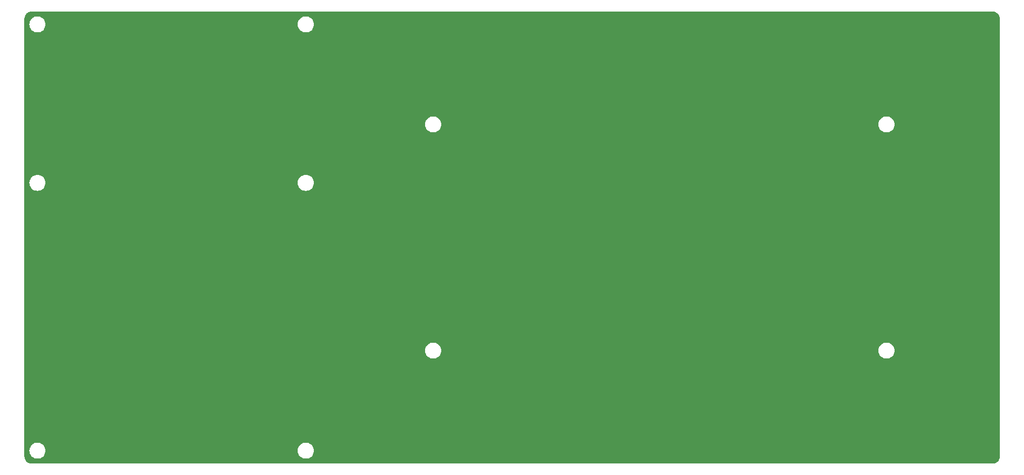
<source format=gbr>
%TF.GenerationSoftware,KiCad,Pcbnew,7.0.5*%
%TF.CreationDate,2024-08-04T00:39:55+08:00*%
%TF.ProjectId,TPS,5450532e-6b69-4636-9164-5f7063625858,rev?*%
%TF.SameCoordinates,Original*%
%TF.FileFunction,Copper,L2,Bot*%
%TF.FilePolarity,Positive*%
%FSLAX46Y46*%
G04 Gerber Fmt 4.6, Leading zero omitted, Abs format (unit mm)*
G04 Created by KiCad (PCBNEW 7.0.5) date 2024-08-04 00:39:55*
%MOMM*%
%LPD*%
G01*
G04 APERTURE LIST*
G04 APERTURE END LIST*
%TA.AperFunction,NonConductor*%
G36*
X201157426Y-29000691D02*
G01*
X201160040Y-29000896D01*
X201212011Y-29004986D01*
X201352579Y-29017285D01*
X201370698Y-29020236D01*
X201450242Y-29039333D01*
X201451699Y-29039702D01*
X201538318Y-29062912D01*
X201561714Y-29069181D01*
X201569400Y-29071790D01*
X201618484Y-29092120D01*
X201654737Y-29107136D01*
X201657156Y-29108201D01*
X201754970Y-29153813D01*
X201761140Y-29157128D01*
X201803965Y-29183371D01*
X201841767Y-29206537D01*
X201844927Y-29208608D01*
X201931606Y-29269302D01*
X201936285Y-29272924D01*
X202008840Y-29334892D01*
X202012389Y-29338173D01*
X202086824Y-29412608D01*
X202090109Y-29416162D01*
X202152070Y-29488708D01*
X202155707Y-29493406D01*
X202216385Y-29580064D01*
X202218461Y-29583231D01*
X202267863Y-29663845D01*
X202271193Y-29670043D01*
X202316780Y-29767804D01*
X202317870Y-29770281D01*
X202353208Y-29855598D01*
X202355817Y-29863284D01*
X202385277Y-29973226D01*
X202385676Y-29974800D01*
X202404760Y-30054290D01*
X202407714Y-30072430D01*
X202420014Y-30213024D01*
X202424309Y-30267572D01*
X202424500Y-30272440D01*
X202424500Y-103927559D01*
X202424309Y-103932427D01*
X202420014Y-103986974D01*
X202407714Y-104127568D01*
X202404760Y-104145708D01*
X202385676Y-104225198D01*
X202385277Y-104226772D01*
X202355817Y-104336714D01*
X202353208Y-104344400D01*
X202317870Y-104429717D01*
X202316780Y-104432194D01*
X202271193Y-104529955D01*
X202267863Y-104536153D01*
X202218461Y-104616767D01*
X202216385Y-104619934D01*
X202155707Y-104706592D01*
X202152062Y-104711300D01*
X202090118Y-104783827D01*
X202086812Y-104787403D01*
X202012403Y-104861812D01*
X202008827Y-104865118D01*
X201936300Y-104927062D01*
X201931592Y-104930707D01*
X201844934Y-104991385D01*
X201841767Y-104993461D01*
X201761153Y-105042863D01*
X201754955Y-105046193D01*
X201657194Y-105091780D01*
X201654717Y-105092870D01*
X201569400Y-105128208D01*
X201561714Y-105130817D01*
X201451772Y-105160277D01*
X201450198Y-105160676D01*
X201370708Y-105179760D01*
X201352568Y-105182714D01*
X201211974Y-105195014D01*
X201157427Y-105199309D01*
X201152559Y-105199500D01*
X39733441Y-105199500D01*
X39728573Y-105199309D01*
X39674024Y-105195014D01*
X39533430Y-105182714D01*
X39515290Y-105179760D01*
X39435800Y-105160676D01*
X39434226Y-105160277D01*
X39324284Y-105130817D01*
X39316598Y-105128208D01*
X39231281Y-105092870D01*
X39228804Y-105091780D01*
X39131043Y-105046193D01*
X39124845Y-105042863D01*
X39044231Y-104993461D01*
X39041064Y-104991385D01*
X39008182Y-104968361D01*
X38954399Y-104930702D01*
X38949708Y-104927070D01*
X38877162Y-104865109D01*
X38873608Y-104861824D01*
X38799173Y-104787389D01*
X38795892Y-104783840D01*
X38733924Y-104711285D01*
X38730302Y-104706606D01*
X38669608Y-104619927D01*
X38667537Y-104616767D01*
X38650182Y-104588448D01*
X38618128Y-104536140D01*
X38614813Y-104529970D01*
X38569201Y-104432156D01*
X38568136Y-104429737D01*
X38553120Y-104393484D01*
X38532790Y-104344400D01*
X38530181Y-104336714D01*
X38513350Y-104273901D01*
X38500702Y-104226699D01*
X38500333Y-104225242D01*
X38481236Y-104145698D01*
X38478285Y-104127579D01*
X38465984Y-103986974D01*
X38461691Y-103932426D01*
X38461500Y-103927560D01*
X38461500Y-103000000D01*
X39305341Y-103000000D01*
X39325936Y-103235403D01*
X39325938Y-103235413D01*
X39387094Y-103463655D01*
X39387096Y-103463659D01*
X39387097Y-103463663D01*
X39437030Y-103570745D01*
X39486964Y-103677828D01*
X39486965Y-103677830D01*
X39622505Y-103871402D01*
X39789597Y-104038494D01*
X39983169Y-104174034D01*
X39983171Y-104174035D01*
X40197337Y-104273903D01*
X40425592Y-104335063D01*
X40602032Y-104350499D01*
X40602033Y-104350500D01*
X40602034Y-104350500D01*
X40719967Y-104350500D01*
X40719967Y-104350499D01*
X40896408Y-104335063D01*
X41124663Y-104273903D01*
X41338829Y-104174035D01*
X41532401Y-104038495D01*
X41699495Y-103871401D01*
X41835035Y-103677830D01*
X41934903Y-103463663D01*
X41996063Y-103235408D01*
X42016659Y-103000000D01*
X84419341Y-103000000D01*
X84439936Y-103235403D01*
X84439938Y-103235413D01*
X84501094Y-103463655D01*
X84501096Y-103463659D01*
X84501097Y-103463663D01*
X84551031Y-103570745D01*
X84600964Y-103677828D01*
X84600965Y-103677830D01*
X84736505Y-103871402D01*
X84903597Y-104038494D01*
X85097169Y-104174034D01*
X85097171Y-104174035D01*
X85311337Y-104273903D01*
X85539592Y-104335063D01*
X85716032Y-104350499D01*
X85716033Y-104350500D01*
X85716034Y-104350500D01*
X85833967Y-104350500D01*
X85833967Y-104350499D01*
X86010408Y-104335063D01*
X86238663Y-104273903D01*
X86452829Y-104174035D01*
X86646401Y-104038495D01*
X86813495Y-103871401D01*
X86949035Y-103677830D01*
X87048903Y-103463663D01*
X87110063Y-103235408D01*
X87130659Y-103000000D01*
X87110063Y-102764592D01*
X87048903Y-102536337D01*
X86949035Y-102322171D01*
X86949034Y-102322169D01*
X86813494Y-102128597D01*
X86646402Y-101961505D01*
X86452830Y-101825965D01*
X86452828Y-101825964D01*
X86345746Y-101776031D01*
X86238663Y-101726097D01*
X86238659Y-101726096D01*
X86238655Y-101726094D01*
X86010413Y-101664938D01*
X86010403Y-101664936D01*
X85833967Y-101649500D01*
X85833966Y-101649500D01*
X85716034Y-101649500D01*
X85716033Y-101649500D01*
X85539596Y-101664936D01*
X85539586Y-101664938D01*
X85311344Y-101726094D01*
X85311335Y-101726098D01*
X85097171Y-101825964D01*
X85097169Y-101825965D01*
X84903597Y-101961505D01*
X84736506Y-102128597D01*
X84736501Y-102128604D01*
X84600967Y-102322165D01*
X84600965Y-102322169D01*
X84501098Y-102536335D01*
X84501094Y-102536344D01*
X84439938Y-102764586D01*
X84439936Y-102764596D01*
X84419341Y-102999999D01*
X84419341Y-103000000D01*
X42016659Y-103000000D01*
X41996063Y-102764592D01*
X41934903Y-102536337D01*
X41835035Y-102322171D01*
X41835034Y-102322169D01*
X41699494Y-102128597D01*
X41532402Y-101961505D01*
X41338830Y-101825965D01*
X41338828Y-101825964D01*
X41231746Y-101776030D01*
X41124663Y-101726097D01*
X41124659Y-101726096D01*
X41124655Y-101726094D01*
X40896413Y-101664938D01*
X40896403Y-101664936D01*
X40719967Y-101649500D01*
X40719966Y-101649500D01*
X40602034Y-101649500D01*
X40602033Y-101649500D01*
X40425596Y-101664936D01*
X40425586Y-101664938D01*
X40197344Y-101726094D01*
X40197335Y-101726098D01*
X39983171Y-101825964D01*
X39983169Y-101825965D01*
X39789597Y-101961505D01*
X39622506Y-102128597D01*
X39622501Y-102128604D01*
X39486967Y-102322165D01*
X39486965Y-102322169D01*
X39387098Y-102536335D01*
X39387094Y-102536344D01*
X39325938Y-102764586D01*
X39325936Y-102764596D01*
X39305341Y-102999999D01*
X39305341Y-103000000D01*
X38461500Y-103000000D01*
X38461500Y-86150000D01*
X105819341Y-86150000D01*
X105839936Y-86385403D01*
X105839938Y-86385413D01*
X105901094Y-86613655D01*
X105901096Y-86613659D01*
X105901097Y-86613663D01*
X105951031Y-86720745D01*
X106000964Y-86827828D01*
X106000965Y-86827830D01*
X106136505Y-87021402D01*
X106303597Y-87188494D01*
X106497169Y-87324034D01*
X106497171Y-87324035D01*
X106711337Y-87423903D01*
X106939592Y-87485063D01*
X107116032Y-87500499D01*
X107116033Y-87500500D01*
X107116034Y-87500500D01*
X107233967Y-87500500D01*
X107233967Y-87500499D01*
X107410408Y-87485063D01*
X107638663Y-87423903D01*
X107852829Y-87324035D01*
X108046401Y-87188495D01*
X108213495Y-87021401D01*
X108349035Y-86827830D01*
X108448903Y-86613663D01*
X108510063Y-86385408D01*
X108530659Y-86150000D01*
X182019341Y-86150000D01*
X182039936Y-86385403D01*
X182039938Y-86385413D01*
X182101094Y-86613655D01*
X182101096Y-86613659D01*
X182101097Y-86613663D01*
X182151030Y-86720746D01*
X182200964Y-86827828D01*
X182200965Y-86827830D01*
X182336505Y-87021402D01*
X182503597Y-87188494D01*
X182697169Y-87324034D01*
X182697171Y-87324035D01*
X182911337Y-87423903D01*
X183139592Y-87485063D01*
X183316032Y-87500499D01*
X183316033Y-87500500D01*
X183316034Y-87500500D01*
X183433967Y-87500500D01*
X183433967Y-87500499D01*
X183610408Y-87485063D01*
X183838663Y-87423903D01*
X184052829Y-87324035D01*
X184246401Y-87188495D01*
X184413495Y-87021401D01*
X184549035Y-86827830D01*
X184648903Y-86613663D01*
X184710063Y-86385408D01*
X184730659Y-86150000D01*
X184710063Y-85914592D01*
X184648903Y-85686337D01*
X184549035Y-85472171D01*
X184549034Y-85472169D01*
X184413494Y-85278597D01*
X184246402Y-85111505D01*
X184052830Y-84975965D01*
X184052828Y-84975964D01*
X183945746Y-84926031D01*
X183838663Y-84876097D01*
X183838659Y-84876096D01*
X183838655Y-84876094D01*
X183610413Y-84814938D01*
X183610403Y-84814936D01*
X183433967Y-84799500D01*
X183433966Y-84799500D01*
X183316034Y-84799500D01*
X183316033Y-84799500D01*
X183139596Y-84814936D01*
X183139586Y-84814938D01*
X182911344Y-84876094D01*
X182911335Y-84876098D01*
X182697171Y-84975964D01*
X182697169Y-84975965D01*
X182503597Y-85111505D01*
X182336506Y-85278597D01*
X182336501Y-85278604D01*
X182200967Y-85472165D01*
X182200965Y-85472169D01*
X182101098Y-85686335D01*
X182101094Y-85686344D01*
X182039938Y-85914586D01*
X182039936Y-85914596D01*
X182019341Y-86149999D01*
X182019341Y-86150000D01*
X108530659Y-86150000D01*
X108510063Y-85914592D01*
X108448903Y-85686337D01*
X108349035Y-85472171D01*
X108349034Y-85472169D01*
X108213494Y-85278597D01*
X108046402Y-85111505D01*
X107852830Y-84975965D01*
X107852828Y-84975964D01*
X107745746Y-84926030D01*
X107638663Y-84876097D01*
X107638659Y-84876096D01*
X107638655Y-84876094D01*
X107410413Y-84814938D01*
X107410403Y-84814936D01*
X107233967Y-84799500D01*
X107233966Y-84799500D01*
X107116034Y-84799500D01*
X107116033Y-84799500D01*
X106939596Y-84814936D01*
X106939586Y-84814938D01*
X106711344Y-84876094D01*
X106711335Y-84876098D01*
X106497171Y-84975964D01*
X106497169Y-84975965D01*
X106303597Y-85111505D01*
X106136506Y-85278597D01*
X106136501Y-85278604D01*
X106000967Y-85472165D01*
X106000965Y-85472169D01*
X105901098Y-85686335D01*
X105901094Y-85686344D01*
X105839938Y-85914586D01*
X105839936Y-85914596D01*
X105819341Y-86149999D01*
X105819341Y-86150000D01*
X38461500Y-86150000D01*
X38461500Y-57886000D01*
X39305341Y-57886000D01*
X39325936Y-58121403D01*
X39325938Y-58121413D01*
X39387094Y-58349655D01*
X39387096Y-58349659D01*
X39387097Y-58349663D01*
X39437030Y-58456745D01*
X39486964Y-58563828D01*
X39486965Y-58563830D01*
X39622505Y-58757402D01*
X39789597Y-58924494D01*
X39983169Y-59060034D01*
X39983171Y-59060035D01*
X40197337Y-59159903D01*
X40425592Y-59221063D01*
X40602032Y-59236499D01*
X40602033Y-59236500D01*
X40602034Y-59236500D01*
X40719967Y-59236500D01*
X40719967Y-59236499D01*
X40896408Y-59221063D01*
X41124663Y-59159903D01*
X41338829Y-59060035D01*
X41532401Y-58924495D01*
X41699495Y-58757401D01*
X41835035Y-58563830D01*
X41934903Y-58349663D01*
X41996063Y-58121408D01*
X42016659Y-57886000D01*
X84419341Y-57886000D01*
X84439936Y-58121403D01*
X84439938Y-58121413D01*
X84501094Y-58349655D01*
X84501096Y-58349659D01*
X84501097Y-58349663D01*
X84551031Y-58456745D01*
X84600964Y-58563828D01*
X84600965Y-58563830D01*
X84736505Y-58757402D01*
X84903597Y-58924494D01*
X85097169Y-59060034D01*
X85097171Y-59060035D01*
X85311337Y-59159903D01*
X85539592Y-59221063D01*
X85716032Y-59236499D01*
X85716033Y-59236500D01*
X85716034Y-59236500D01*
X85833967Y-59236500D01*
X85833967Y-59236499D01*
X86010408Y-59221063D01*
X86238663Y-59159903D01*
X86452829Y-59060035D01*
X86646401Y-58924495D01*
X86813495Y-58757401D01*
X86949035Y-58563830D01*
X87048903Y-58349663D01*
X87110063Y-58121408D01*
X87130659Y-57886000D01*
X87110063Y-57650592D01*
X87048903Y-57422337D01*
X86949035Y-57208171D01*
X86949034Y-57208169D01*
X86813494Y-57014597D01*
X86646402Y-56847505D01*
X86452830Y-56711965D01*
X86452828Y-56711964D01*
X86345745Y-56662030D01*
X86238663Y-56612097D01*
X86238659Y-56612096D01*
X86238655Y-56612094D01*
X86010413Y-56550938D01*
X86010403Y-56550936D01*
X85833967Y-56535500D01*
X85833966Y-56535500D01*
X85716034Y-56535500D01*
X85716033Y-56535500D01*
X85539596Y-56550936D01*
X85539586Y-56550938D01*
X85311344Y-56612094D01*
X85311335Y-56612098D01*
X85097171Y-56711964D01*
X85097169Y-56711965D01*
X84903597Y-56847505D01*
X84736506Y-57014597D01*
X84736501Y-57014604D01*
X84600967Y-57208165D01*
X84600965Y-57208169D01*
X84501098Y-57422335D01*
X84501094Y-57422344D01*
X84439938Y-57650586D01*
X84439936Y-57650596D01*
X84419341Y-57885999D01*
X84419341Y-57886000D01*
X42016659Y-57886000D01*
X41996063Y-57650592D01*
X41934903Y-57422337D01*
X41835035Y-57208171D01*
X41835034Y-57208169D01*
X41699494Y-57014597D01*
X41532402Y-56847505D01*
X41338830Y-56711965D01*
X41338828Y-56711964D01*
X41231746Y-56662030D01*
X41124663Y-56612097D01*
X41124659Y-56612096D01*
X41124655Y-56612094D01*
X40896413Y-56550938D01*
X40896403Y-56550936D01*
X40719967Y-56535500D01*
X40719966Y-56535500D01*
X40602034Y-56535500D01*
X40602033Y-56535500D01*
X40425596Y-56550936D01*
X40425586Y-56550938D01*
X40197344Y-56612094D01*
X40197335Y-56612098D01*
X39983171Y-56711964D01*
X39983169Y-56711965D01*
X39789597Y-56847505D01*
X39622506Y-57014597D01*
X39622501Y-57014604D01*
X39486967Y-57208165D01*
X39486965Y-57208169D01*
X39387098Y-57422335D01*
X39387094Y-57422344D01*
X39325938Y-57650586D01*
X39325936Y-57650596D01*
X39305341Y-57885999D01*
X39305341Y-57886000D01*
X38461500Y-57886000D01*
X38461500Y-48050000D01*
X105819341Y-48050000D01*
X105839936Y-48285403D01*
X105839938Y-48285413D01*
X105901094Y-48513655D01*
X105901096Y-48513659D01*
X105901097Y-48513663D01*
X105951031Y-48620745D01*
X106000964Y-48727828D01*
X106000965Y-48727830D01*
X106136505Y-48921402D01*
X106303597Y-49088494D01*
X106497169Y-49224034D01*
X106497171Y-49224035D01*
X106711337Y-49323903D01*
X106939592Y-49385063D01*
X107116032Y-49400499D01*
X107116033Y-49400500D01*
X107116034Y-49400500D01*
X107233967Y-49400500D01*
X107233967Y-49400499D01*
X107410408Y-49385063D01*
X107638663Y-49323903D01*
X107852829Y-49224035D01*
X108046401Y-49088495D01*
X108213495Y-48921401D01*
X108349035Y-48727830D01*
X108448903Y-48513663D01*
X108510063Y-48285408D01*
X108530659Y-48050000D01*
X182019341Y-48050000D01*
X182039936Y-48285403D01*
X182039938Y-48285413D01*
X182101094Y-48513655D01*
X182101096Y-48513659D01*
X182101097Y-48513663D01*
X182151031Y-48620746D01*
X182200964Y-48727828D01*
X182200965Y-48727830D01*
X182336505Y-48921402D01*
X182503597Y-49088494D01*
X182697169Y-49224034D01*
X182697171Y-49224035D01*
X182911337Y-49323903D01*
X183139592Y-49385063D01*
X183316032Y-49400499D01*
X183316033Y-49400500D01*
X183316034Y-49400500D01*
X183433967Y-49400500D01*
X183433967Y-49400499D01*
X183610408Y-49385063D01*
X183838663Y-49323903D01*
X184052829Y-49224035D01*
X184246401Y-49088495D01*
X184413495Y-48921401D01*
X184549035Y-48727830D01*
X184648903Y-48513663D01*
X184710063Y-48285408D01*
X184730659Y-48050000D01*
X184710063Y-47814592D01*
X184648903Y-47586337D01*
X184549035Y-47372171D01*
X184549034Y-47372169D01*
X184413494Y-47178597D01*
X184246402Y-47011505D01*
X184052830Y-46875965D01*
X184052828Y-46875964D01*
X183945746Y-46826030D01*
X183838663Y-46776097D01*
X183838659Y-46776096D01*
X183838655Y-46776094D01*
X183610413Y-46714938D01*
X183610403Y-46714936D01*
X183433967Y-46699500D01*
X183433966Y-46699500D01*
X183316034Y-46699500D01*
X183316033Y-46699500D01*
X183139596Y-46714936D01*
X183139586Y-46714938D01*
X182911344Y-46776094D01*
X182911335Y-46776098D01*
X182697171Y-46875964D01*
X182697169Y-46875965D01*
X182503597Y-47011505D01*
X182336506Y-47178597D01*
X182336501Y-47178604D01*
X182200967Y-47372165D01*
X182200965Y-47372169D01*
X182101098Y-47586335D01*
X182101094Y-47586344D01*
X182039938Y-47814586D01*
X182039936Y-47814596D01*
X182019341Y-48049999D01*
X182019341Y-48050000D01*
X108530659Y-48050000D01*
X108510063Y-47814592D01*
X108448903Y-47586337D01*
X108349035Y-47372171D01*
X108349034Y-47372169D01*
X108213494Y-47178597D01*
X108046402Y-47011505D01*
X107852830Y-46875965D01*
X107852828Y-46875964D01*
X107745745Y-46826031D01*
X107638663Y-46776097D01*
X107638659Y-46776096D01*
X107638655Y-46776094D01*
X107410413Y-46714938D01*
X107410403Y-46714936D01*
X107233967Y-46699500D01*
X107233966Y-46699500D01*
X107116034Y-46699500D01*
X107116033Y-46699500D01*
X106939596Y-46714936D01*
X106939586Y-46714938D01*
X106711344Y-46776094D01*
X106711335Y-46776098D01*
X106497171Y-46875964D01*
X106497169Y-46875965D01*
X106303597Y-47011505D01*
X106136506Y-47178597D01*
X106136501Y-47178604D01*
X106000967Y-47372165D01*
X106000965Y-47372169D01*
X105901098Y-47586335D01*
X105901094Y-47586344D01*
X105839938Y-47814586D01*
X105839936Y-47814596D01*
X105819341Y-48049999D01*
X105819341Y-48050000D01*
X38461500Y-48050000D01*
X38461500Y-31200000D01*
X39305341Y-31200000D01*
X39325936Y-31435403D01*
X39325938Y-31435413D01*
X39387094Y-31663655D01*
X39387096Y-31663659D01*
X39387097Y-31663663D01*
X39437031Y-31770746D01*
X39486964Y-31877828D01*
X39486965Y-31877830D01*
X39622505Y-32071402D01*
X39789597Y-32238494D01*
X39983169Y-32374034D01*
X39983171Y-32374035D01*
X40197337Y-32473903D01*
X40425592Y-32535063D01*
X40602032Y-32550499D01*
X40602033Y-32550500D01*
X40602034Y-32550500D01*
X40719967Y-32550500D01*
X40719967Y-32550499D01*
X40896408Y-32535063D01*
X41124663Y-32473903D01*
X41338829Y-32374035D01*
X41532401Y-32238495D01*
X41699495Y-32071401D01*
X41835035Y-31877830D01*
X41934903Y-31663663D01*
X41996063Y-31435408D01*
X42016659Y-31200000D01*
X84419341Y-31200000D01*
X84439936Y-31435403D01*
X84439938Y-31435413D01*
X84501094Y-31663655D01*
X84501096Y-31663659D01*
X84501097Y-31663663D01*
X84551030Y-31770745D01*
X84600964Y-31877828D01*
X84600965Y-31877830D01*
X84736505Y-32071402D01*
X84903597Y-32238494D01*
X85097169Y-32374034D01*
X85097171Y-32374035D01*
X85311337Y-32473903D01*
X85539592Y-32535063D01*
X85716032Y-32550499D01*
X85716033Y-32550500D01*
X85716034Y-32550500D01*
X85833967Y-32550500D01*
X85833967Y-32550499D01*
X86010408Y-32535063D01*
X86238663Y-32473903D01*
X86452829Y-32374035D01*
X86646401Y-32238495D01*
X86813495Y-32071401D01*
X86949035Y-31877830D01*
X87048903Y-31663663D01*
X87110063Y-31435408D01*
X87130659Y-31200000D01*
X87110063Y-30964592D01*
X87048903Y-30736337D01*
X86949035Y-30522171D01*
X86949034Y-30522169D01*
X86813494Y-30328597D01*
X86646402Y-30161505D01*
X86452830Y-30025965D01*
X86452828Y-30025964D01*
X86338152Y-29972490D01*
X86238663Y-29926097D01*
X86238659Y-29926096D01*
X86238655Y-29926094D01*
X86010413Y-29864938D01*
X86010403Y-29864936D01*
X85833967Y-29849500D01*
X85833966Y-29849500D01*
X85716034Y-29849500D01*
X85716033Y-29849500D01*
X85539596Y-29864936D01*
X85539586Y-29864938D01*
X85311344Y-29926094D01*
X85311335Y-29926098D01*
X85097171Y-30025964D01*
X85097169Y-30025965D01*
X84903597Y-30161505D01*
X84736506Y-30328597D01*
X84736501Y-30328604D01*
X84600967Y-30522165D01*
X84600965Y-30522169D01*
X84501098Y-30736335D01*
X84501094Y-30736344D01*
X84439938Y-30964586D01*
X84439936Y-30964596D01*
X84419341Y-31199999D01*
X84419341Y-31200000D01*
X42016659Y-31200000D01*
X41996063Y-30964592D01*
X41934903Y-30736337D01*
X41835035Y-30522171D01*
X41835034Y-30522169D01*
X41699494Y-30328597D01*
X41532402Y-30161505D01*
X41338830Y-30025965D01*
X41338828Y-30025964D01*
X41224152Y-29972490D01*
X41124663Y-29926097D01*
X41124659Y-29926096D01*
X41124655Y-29926094D01*
X40896413Y-29864938D01*
X40896403Y-29864936D01*
X40719967Y-29849500D01*
X40719966Y-29849500D01*
X40602034Y-29849500D01*
X40602033Y-29849500D01*
X40425596Y-29864936D01*
X40425586Y-29864938D01*
X40197344Y-29926094D01*
X40197335Y-29926098D01*
X39983171Y-30025964D01*
X39983169Y-30025965D01*
X39789597Y-30161505D01*
X39622506Y-30328597D01*
X39622501Y-30328604D01*
X39486967Y-30522165D01*
X39486965Y-30522169D01*
X39387098Y-30736335D01*
X39387094Y-30736344D01*
X39325938Y-30964586D01*
X39325936Y-30964596D01*
X39305341Y-31199999D01*
X39305341Y-31200000D01*
X38461500Y-31200000D01*
X38461500Y-30272439D01*
X38461691Y-30267573D01*
X38461691Y-30267572D01*
X38465984Y-30213024D01*
X38478286Y-30072416D01*
X38481235Y-30054305D01*
X38500342Y-29974719D01*
X38500693Y-29973335D01*
X38530182Y-29863280D01*
X38532790Y-29855598D01*
X38535316Y-29849500D01*
X38568151Y-29770228D01*
X38569185Y-29767877D01*
X38614820Y-29670014D01*
X38618119Y-29663873D01*
X38667548Y-29583213D01*
X38669587Y-29580102D01*
X38730316Y-29493372D01*
X38733908Y-29488733D01*
X38795914Y-29416133D01*
X38799149Y-29412634D01*
X38873634Y-29338149D01*
X38877133Y-29334914D01*
X38949733Y-29272908D01*
X38954372Y-29269316D01*
X39041102Y-29208587D01*
X39044213Y-29206548D01*
X39124873Y-29157119D01*
X39131014Y-29153820D01*
X39228877Y-29108185D01*
X39231228Y-29107151D01*
X39316599Y-29071789D01*
X39324280Y-29069182D01*
X39434335Y-29039693D01*
X39435719Y-29039342D01*
X39515305Y-29020235D01*
X39533416Y-29017286D01*
X39674043Y-29004982D01*
X39721497Y-29001247D01*
X39728575Y-29000691D01*
X39733440Y-29000500D01*
X201152560Y-29000500D01*
X201157426Y-29000691D01*
G37*
%TD.AperFunction*%
M02*

</source>
